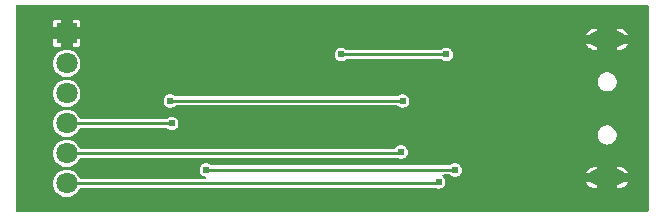
<source format=gbl>
G04 Layer: BottomLayer*
G04 EasyEDA v6.5.50, 2025-07-01 14:26:41*
G04 10da637b71844612bdca41047c5aba70,f23c0848bd594b818c0f9a27fb038be7,10*
G04 Gerber Generator version 0.2*
G04 Scale: 100 percent, Rotated: No, Reflected: No *
G04 Dimensions in millimeters *
G04 leading zeros omitted , absolute positions ,4 integer and 5 decimal *
%FSLAX45Y45*%
%MOMM*%

%ADD10C,0.2540*%
%ADD11R,1.8000X1.8000*%
%ADD12C,1.8000*%
%ADD13O,3.1999936X1.2999974*%
%ADD14C,0.6200*%
%ADD15C,0.0119*%

%LPD*%
G36*
X467868Y8014208D02*
G01*
X463956Y8014970D01*
X460705Y8017205D01*
X458470Y8020456D01*
X457708Y8024368D01*
X457708Y9755632D01*
X458470Y9759543D01*
X460705Y9762794D01*
X463956Y9765030D01*
X467868Y9765792D01*
X5804458Y9765792D01*
X5808319Y9765030D01*
X5811621Y9762794D01*
X5813806Y9759543D01*
X5814618Y9755632D01*
X5816041Y8024368D01*
X5815279Y8020507D01*
X5813094Y8017205D01*
X5809792Y8014970D01*
X5805881Y8014208D01*
G37*

%LPC*%
G36*
X889000Y8139125D02*
G01*
X903528Y8140039D01*
X917803Y8142731D01*
X931671Y8147253D01*
X944829Y8153450D01*
X957122Y8161223D01*
X968349Y8170519D01*
X978306Y8181136D01*
X986840Y8192922D01*
X993851Y8205673D01*
X995578Y8209991D01*
X997762Y8213344D01*
X1001064Y8215579D01*
X1005027Y8216392D01*
X4012336Y8216392D01*
X4016146Y8215680D01*
X4021937Y8213344D01*
X4031386Y8211312D01*
X4041038Y8210854D01*
X4050588Y8212124D01*
X4059783Y8214918D01*
X4068419Y8219287D01*
X4076192Y8225028D01*
X4082846Y8231987D01*
X4088231Y8239963D01*
X4092244Y8248751D01*
X4094632Y8258098D01*
X4095496Y8267700D01*
X4094632Y8277301D01*
X4092244Y8286648D01*
X4088231Y8295436D01*
X4082846Y8303412D01*
X4076192Y8310372D01*
X4073499Y8312353D01*
X4070705Y8315502D01*
X4069435Y8319516D01*
X4069892Y8323732D01*
X4072026Y8327339D01*
X4075429Y8329828D01*
X4079544Y8330692D01*
X4132579Y8330692D01*
X4136136Y8330031D01*
X4139285Y8328152D01*
X4144467Y8323580D01*
X4152696Y8318500D01*
X4161637Y8314944D01*
X4171086Y8312912D01*
X4180738Y8312454D01*
X4190288Y8313724D01*
X4199483Y8316518D01*
X4208119Y8320887D01*
X4215892Y8326628D01*
X4222546Y8333587D01*
X4227931Y8341563D01*
X4231944Y8350351D01*
X4234332Y8359698D01*
X4235196Y8369300D01*
X4234332Y8378901D01*
X4231944Y8388248D01*
X4227931Y8397036D01*
X4222546Y8405012D01*
X4215892Y8411972D01*
X4208119Y8417712D01*
X4199483Y8422081D01*
X4190288Y8424875D01*
X4180738Y8426145D01*
X4171086Y8425688D01*
X4161637Y8423656D01*
X4152696Y8420100D01*
X4144467Y8415020D01*
X4139285Y8410448D01*
X4136136Y8408568D01*
X4132579Y8407908D01*
X2115921Y8407908D01*
X2111959Y8408720D01*
X2099919Y8417712D01*
X2091283Y8422081D01*
X2082088Y8424875D01*
X2072538Y8426145D01*
X2062886Y8425688D01*
X2053437Y8423656D01*
X2044496Y8420100D01*
X2036267Y8415020D01*
X2029053Y8408670D01*
X2022957Y8401151D01*
X2018284Y8392718D01*
X2015083Y8383625D01*
X2013457Y8374125D01*
X2013457Y8364474D01*
X2015083Y8354974D01*
X2018284Y8345881D01*
X2022957Y8337448D01*
X2029053Y8329930D01*
X2036267Y8323580D01*
X2044496Y8318500D01*
X2053437Y8314944D01*
X2059127Y8313724D01*
X2062988Y8311997D01*
X2065782Y8308848D01*
X2067102Y8304834D01*
X2066645Y8300618D01*
X2064512Y8296960D01*
X2061108Y8294471D01*
X2056993Y8293608D01*
X1005027Y8293608D01*
X1001064Y8294420D01*
X997762Y8296656D01*
X995578Y8300008D01*
X993851Y8304326D01*
X986840Y8317077D01*
X978306Y8328863D01*
X968349Y8339480D01*
X957122Y8348776D01*
X944829Y8356549D01*
X931671Y8362746D01*
X917803Y8367268D01*
X903528Y8369960D01*
X889000Y8370874D01*
X874471Y8369960D01*
X860196Y8367268D01*
X846328Y8362746D01*
X833170Y8356549D01*
X820877Y8348776D01*
X809650Y8339480D01*
X799693Y8328863D01*
X791159Y8317077D01*
X784148Y8304326D01*
X778764Y8290814D01*
X775157Y8276691D01*
X773328Y8262264D01*
X773328Y8247735D01*
X775157Y8233308D01*
X778764Y8219186D01*
X784148Y8205673D01*
X791159Y8192922D01*
X799693Y8181136D01*
X809650Y8170519D01*
X820877Y8161223D01*
X833170Y8153450D01*
X846328Y8147253D01*
X860196Y8142731D01*
X874471Y8140039D01*
G37*
G36*
X5369356Y8214106D02*
G01*
X5377637Y8214106D01*
X5377637Y8266125D01*
X5287010Y8266125D01*
X5288280Y8263178D01*
X5294731Y8252612D01*
X5302554Y8242960D01*
X5311648Y8234476D01*
X5321757Y8227364D01*
X5332780Y8221624D01*
X5344464Y8217509D01*
X5356606Y8214969D01*
G37*
G36*
X5550357Y8214106D02*
G01*
X5558637Y8214106D01*
X5571388Y8214969D01*
X5583529Y8217509D01*
X5595213Y8221624D01*
X5606237Y8227364D01*
X5616346Y8234476D01*
X5625439Y8242960D01*
X5633262Y8252612D01*
X5639714Y8263178D01*
X5640984Y8266125D01*
X5550357Y8266125D01*
G37*
G36*
X5287010Y8343849D02*
G01*
X5377637Y8343849D01*
X5377637Y8395919D01*
X5369356Y8395919D01*
X5356606Y8395055D01*
X5344464Y8392515D01*
X5332780Y8388350D01*
X5321757Y8382660D01*
X5311648Y8375497D01*
X5302554Y8367014D01*
X5294731Y8357412D01*
X5288280Y8346795D01*
G37*
G36*
X5550357Y8343849D02*
G01*
X5640984Y8343849D01*
X5639714Y8346795D01*
X5633262Y8357412D01*
X5625439Y8367014D01*
X5616346Y8375497D01*
X5606237Y8382660D01*
X5595213Y8388350D01*
X5583529Y8392515D01*
X5571388Y8395055D01*
X5558637Y8395919D01*
X5550357Y8395919D01*
G37*
G36*
X889000Y8393125D02*
G01*
X903528Y8394039D01*
X917803Y8396732D01*
X931671Y8401253D01*
X944829Y8407450D01*
X957122Y8415223D01*
X968349Y8424519D01*
X978306Y8435136D01*
X986840Y8446922D01*
X993851Y8459673D01*
X995578Y8463991D01*
X997762Y8467344D01*
X1001064Y8469579D01*
X1005027Y8470392D01*
X3694836Y8470392D01*
X3698646Y8469680D01*
X3704437Y8467344D01*
X3713886Y8465312D01*
X3723538Y8464854D01*
X3733088Y8466124D01*
X3742283Y8468918D01*
X3750919Y8473287D01*
X3758692Y8479028D01*
X3765346Y8485987D01*
X3770731Y8493963D01*
X3774744Y8502751D01*
X3777132Y8512098D01*
X3777996Y8521700D01*
X3777132Y8531301D01*
X3774744Y8540648D01*
X3770731Y8549436D01*
X3765346Y8557412D01*
X3758692Y8564372D01*
X3750919Y8570112D01*
X3742283Y8574481D01*
X3733088Y8577275D01*
X3723538Y8578545D01*
X3713886Y8578088D01*
X3704437Y8576056D01*
X3695496Y8572500D01*
X3687267Y8567420D01*
X3680053Y8561070D01*
X3671315Y8550046D01*
X3668217Y8548217D01*
X3664712Y8547608D01*
X1005027Y8547608D01*
X1001064Y8548420D01*
X997762Y8550656D01*
X995578Y8554008D01*
X993851Y8558326D01*
X986840Y8571077D01*
X978306Y8582863D01*
X968349Y8593480D01*
X957122Y8602776D01*
X944829Y8610549D01*
X931671Y8616746D01*
X917803Y8621268D01*
X903528Y8623960D01*
X889000Y8624874D01*
X874471Y8623960D01*
X860196Y8621268D01*
X846328Y8616746D01*
X833170Y8610549D01*
X820877Y8602776D01*
X809650Y8593480D01*
X799693Y8582863D01*
X791159Y8571077D01*
X784148Y8558326D01*
X778764Y8544814D01*
X775157Y8530691D01*
X773328Y8516264D01*
X773328Y8501735D01*
X775157Y8487308D01*
X778764Y8473186D01*
X784148Y8459673D01*
X791159Y8446922D01*
X799693Y8435136D01*
X809650Y8424519D01*
X820877Y8415223D01*
X833170Y8407450D01*
X846328Y8401253D01*
X860196Y8396732D01*
X874471Y8394039D01*
G37*
G36*
X5461050Y8584133D02*
G01*
X5472836Y8584590D01*
X5484469Y8586724D01*
X5495645Y8590534D01*
X5506110Y8595918D01*
X5515711Y8602827D01*
X5524246Y8611006D01*
X5531459Y8620353D01*
X5537250Y8630666D01*
X5541467Y8641689D01*
X5544007Y8653221D01*
X5544870Y8664956D01*
X5544007Y8676741D01*
X5541467Y8688273D01*
X5537250Y8699296D01*
X5531459Y8709609D01*
X5524246Y8718956D01*
X5515711Y8727135D01*
X5506110Y8734044D01*
X5495645Y8739428D01*
X5484469Y8743238D01*
X5472836Y8745372D01*
X5461050Y8745829D01*
X5449316Y8744508D01*
X5437886Y8741511D01*
X5427014Y8736888D01*
X5416956Y8730742D01*
X5407863Y8723223D01*
X5399989Y8714435D01*
X5393486Y8704580D01*
X5388457Y8693861D01*
X5385054Y8682583D01*
X5383326Y8670899D01*
X5383326Y8659063D01*
X5385054Y8647379D01*
X5388457Y8636101D01*
X5393486Y8625382D01*
X5399989Y8615527D01*
X5407863Y8606739D01*
X5416956Y8599220D01*
X5427014Y8593074D01*
X5437886Y8588451D01*
X5449316Y8585454D01*
G37*
G36*
X889000Y8647125D02*
G01*
X903528Y8648039D01*
X917803Y8650732D01*
X931671Y8655253D01*
X944829Y8661450D01*
X957122Y8669223D01*
X968349Y8678519D01*
X978306Y8689136D01*
X986840Y8700922D01*
X993851Y8713673D01*
X995578Y8717991D01*
X997762Y8721344D01*
X1001064Y8723579D01*
X1005027Y8724392D01*
X1732280Y8724392D01*
X1735836Y8723731D01*
X1738985Y8721852D01*
X1744167Y8717280D01*
X1752396Y8712200D01*
X1761337Y8708644D01*
X1770786Y8706612D01*
X1780438Y8706154D01*
X1789988Y8707424D01*
X1799183Y8710218D01*
X1807819Y8714587D01*
X1815592Y8720328D01*
X1822246Y8727287D01*
X1827631Y8735263D01*
X1831644Y8744051D01*
X1834032Y8753398D01*
X1834896Y8763000D01*
X1834032Y8772601D01*
X1831644Y8781948D01*
X1827631Y8790736D01*
X1822246Y8798712D01*
X1815592Y8805672D01*
X1807819Y8811412D01*
X1799183Y8815781D01*
X1789988Y8818575D01*
X1780438Y8819845D01*
X1770786Y8819388D01*
X1761337Y8817356D01*
X1752396Y8813800D01*
X1744167Y8808720D01*
X1738985Y8804148D01*
X1735836Y8802268D01*
X1732280Y8801608D01*
X1005027Y8801608D01*
X1001064Y8802420D01*
X997762Y8804656D01*
X995578Y8808008D01*
X993851Y8812326D01*
X986840Y8825077D01*
X978306Y8836863D01*
X968349Y8847480D01*
X957122Y8856776D01*
X944829Y8864549D01*
X931671Y8870746D01*
X917803Y8875268D01*
X903528Y8877960D01*
X889000Y8878874D01*
X874471Y8877960D01*
X860196Y8875268D01*
X846328Y8870746D01*
X833170Y8864549D01*
X820877Y8856776D01*
X809650Y8847480D01*
X799693Y8836863D01*
X791159Y8825077D01*
X784148Y8812326D01*
X778764Y8798814D01*
X775157Y8784691D01*
X773328Y8770264D01*
X773328Y8755735D01*
X775157Y8741308D01*
X778764Y8727186D01*
X784148Y8713673D01*
X791159Y8700922D01*
X799693Y8689136D01*
X809650Y8678519D01*
X820877Y8669223D01*
X833170Y8661450D01*
X846328Y8655253D01*
X860196Y8650732D01*
X874471Y8648039D01*
G37*
G36*
X1767738Y8896654D02*
G01*
X1777288Y8897924D01*
X1786483Y8900718D01*
X1795119Y8905087D01*
X1807159Y8914079D01*
X1811121Y8914892D01*
X3688079Y8914892D01*
X3691636Y8914231D01*
X3694785Y8912352D01*
X3699967Y8907780D01*
X3708196Y8902700D01*
X3717137Y8899144D01*
X3726586Y8897112D01*
X3736238Y8896654D01*
X3745788Y8897924D01*
X3754983Y8900718D01*
X3763619Y8905087D01*
X3771392Y8910828D01*
X3778046Y8917787D01*
X3783431Y8925763D01*
X3787444Y8934551D01*
X3789832Y8943898D01*
X3790696Y8953500D01*
X3789832Y8963101D01*
X3787444Y8972448D01*
X3783431Y8981236D01*
X3778046Y8989212D01*
X3771392Y8996172D01*
X3763619Y9001912D01*
X3754983Y9006281D01*
X3745788Y9009075D01*
X3736238Y9010345D01*
X3726586Y9009888D01*
X3717137Y9007856D01*
X3708196Y9004300D01*
X3699967Y8999220D01*
X3694785Y8994648D01*
X3691636Y8992768D01*
X3688079Y8992108D01*
X1811121Y8992108D01*
X1807159Y8992920D01*
X1795119Y9001912D01*
X1786483Y9006281D01*
X1777288Y9009075D01*
X1767738Y9010345D01*
X1758086Y9009888D01*
X1748637Y9007856D01*
X1739696Y9004300D01*
X1731467Y8999220D01*
X1724253Y8992870D01*
X1718157Y8985351D01*
X1713484Y8976918D01*
X1710283Y8967825D01*
X1708657Y8958326D01*
X1708657Y8948674D01*
X1710283Y8939174D01*
X1713484Y8930081D01*
X1718157Y8921648D01*
X1724253Y8914130D01*
X1731467Y8907780D01*
X1739696Y8902700D01*
X1748637Y8899144D01*
X1758086Y8897112D01*
G37*
G36*
X889000Y8901125D02*
G01*
X903528Y8902039D01*
X917803Y8904732D01*
X931671Y8909253D01*
X944829Y8915450D01*
X957122Y8923223D01*
X968349Y8932519D01*
X978306Y8943136D01*
X986840Y8954922D01*
X993851Y8967673D01*
X999236Y8981186D01*
X1002842Y8995308D01*
X1004671Y9009735D01*
X1004671Y9024264D01*
X1002842Y9038691D01*
X999236Y9052814D01*
X993851Y9066326D01*
X986840Y9079077D01*
X978306Y9090863D01*
X968349Y9101480D01*
X957122Y9110776D01*
X944829Y9118549D01*
X931671Y9124746D01*
X917803Y9129268D01*
X903528Y9131960D01*
X889000Y9132874D01*
X874471Y9131960D01*
X860196Y9129268D01*
X846328Y9124746D01*
X833170Y9118549D01*
X820877Y9110776D01*
X809650Y9101480D01*
X799693Y9090863D01*
X791159Y9079077D01*
X784148Y9066326D01*
X778764Y9052814D01*
X775157Y9038691D01*
X773328Y9024264D01*
X773328Y9009735D01*
X775157Y8995308D01*
X778764Y8981186D01*
X784148Y8967673D01*
X791159Y8954922D01*
X799693Y8943136D01*
X809650Y8932519D01*
X820877Y8923223D01*
X833170Y8915450D01*
X846328Y8909253D01*
X860196Y8904732D01*
X874471Y8902039D01*
G37*
G36*
X5461050Y9034170D02*
G01*
X5472836Y9034576D01*
X5484469Y9036761D01*
X5495645Y9040571D01*
X5506110Y9045956D01*
X5515711Y9052814D01*
X5524246Y9061043D01*
X5531459Y9070340D01*
X5537250Y9080652D01*
X5541467Y9091676D01*
X5544007Y9103207D01*
X5544870Y9114993D01*
X5544007Y9126778D01*
X5541467Y9138310D01*
X5537250Y9149334D01*
X5531459Y9159646D01*
X5524246Y9168942D01*
X5515711Y9177172D01*
X5506110Y9184030D01*
X5495645Y9189415D01*
X5484469Y9193225D01*
X5472836Y9195409D01*
X5461050Y9195816D01*
X5449316Y9194546D01*
X5437886Y9191548D01*
X5427014Y9186926D01*
X5416956Y9180779D01*
X5407863Y9173210D01*
X5399989Y9164421D01*
X5393486Y9154566D01*
X5388457Y9143898D01*
X5385054Y9132570D01*
X5383326Y9120886D01*
X5383326Y9109100D01*
X5385054Y9097416D01*
X5388457Y9086088D01*
X5393486Y9075420D01*
X5399989Y9065564D01*
X5407863Y9056776D01*
X5416956Y9049207D01*
X5427014Y9043060D01*
X5437886Y9038437D01*
X5449316Y9035440D01*
G37*
G36*
X889000Y9155125D02*
G01*
X903528Y9156039D01*
X917803Y9158732D01*
X931671Y9163253D01*
X944829Y9169450D01*
X957122Y9177223D01*
X968349Y9186519D01*
X978306Y9197136D01*
X986840Y9208922D01*
X993851Y9221673D01*
X999236Y9235186D01*
X1002842Y9249308D01*
X1004671Y9263735D01*
X1004671Y9278264D01*
X1002842Y9292691D01*
X999236Y9306814D01*
X993851Y9320326D01*
X986840Y9333077D01*
X978306Y9344863D01*
X968349Y9355480D01*
X957122Y9364776D01*
X944829Y9372549D01*
X931671Y9378746D01*
X917803Y9383268D01*
X903528Y9385960D01*
X889000Y9386874D01*
X874471Y9385960D01*
X860196Y9383268D01*
X846328Y9378746D01*
X833170Y9372549D01*
X820877Y9364776D01*
X809650Y9355480D01*
X799693Y9344863D01*
X791159Y9333077D01*
X784148Y9320326D01*
X778764Y9306814D01*
X775157Y9292691D01*
X773328Y9278264D01*
X773328Y9263735D01*
X775157Y9249308D01*
X778764Y9235186D01*
X784148Y9221673D01*
X791159Y9208922D01*
X799693Y9197136D01*
X809650Y9186519D01*
X820877Y9177223D01*
X833170Y9169450D01*
X846328Y9163253D01*
X860196Y9158732D01*
X874471Y9156039D01*
G37*
G36*
X3215538Y9290354D02*
G01*
X3225088Y9291624D01*
X3234283Y9294418D01*
X3242919Y9298787D01*
X3254959Y9307779D01*
X3258921Y9308592D01*
X4056379Y9308592D01*
X4059936Y9307931D01*
X4063085Y9306052D01*
X4068267Y9301480D01*
X4076496Y9296400D01*
X4085437Y9292844D01*
X4094886Y9290812D01*
X4104538Y9290354D01*
X4114088Y9291624D01*
X4123283Y9294418D01*
X4131919Y9298787D01*
X4139692Y9304528D01*
X4146346Y9311487D01*
X4151731Y9319463D01*
X4155744Y9328251D01*
X4158132Y9337598D01*
X4158996Y9347200D01*
X4158132Y9356801D01*
X4155744Y9366148D01*
X4151731Y9374936D01*
X4146346Y9382912D01*
X4139692Y9389872D01*
X4131919Y9395612D01*
X4123283Y9399981D01*
X4114088Y9402775D01*
X4104538Y9404045D01*
X4094886Y9403588D01*
X4085437Y9401556D01*
X4076496Y9398000D01*
X4068267Y9392920D01*
X4063085Y9388348D01*
X4059936Y9386468D01*
X4056379Y9385808D01*
X3258921Y9385808D01*
X3254959Y9386620D01*
X3242919Y9395612D01*
X3234283Y9399981D01*
X3225088Y9402775D01*
X3215538Y9404045D01*
X3205886Y9403588D01*
X3196437Y9401556D01*
X3187496Y9398000D01*
X3179267Y9392920D01*
X3172053Y9386570D01*
X3165957Y9379051D01*
X3161284Y9370618D01*
X3158083Y9361525D01*
X3156458Y9352026D01*
X3156458Y9342374D01*
X3158083Y9332874D01*
X3161284Y9323781D01*
X3165957Y9315348D01*
X3172053Y9307830D01*
X3179267Y9301480D01*
X3187496Y9296400D01*
X3196437Y9292844D01*
X3205886Y9290812D01*
G37*
G36*
X5550357Y9384080D02*
G01*
X5558637Y9384080D01*
X5571388Y9384944D01*
X5583529Y9387484D01*
X5595213Y9391650D01*
X5606237Y9397339D01*
X5616346Y9404502D01*
X5625439Y9412986D01*
X5633262Y9422587D01*
X5639714Y9433204D01*
X5640984Y9436150D01*
X5550357Y9436150D01*
G37*
G36*
X5369356Y9384080D02*
G01*
X5377637Y9384080D01*
X5377637Y9436150D01*
X5287010Y9436150D01*
X5288280Y9433204D01*
X5294731Y9422587D01*
X5302554Y9412986D01*
X5311648Y9404502D01*
X5321757Y9397339D01*
X5332780Y9391650D01*
X5344464Y9387484D01*
X5356606Y9384944D01*
G37*
G36*
X799592Y9409074D02*
G01*
X837641Y9409074D01*
X837641Y9473641D01*
X773074Y9473641D01*
X773074Y9435592D01*
X773785Y9429242D01*
X775716Y9423806D01*
X778814Y9418878D01*
X782878Y9414814D01*
X787806Y9411716D01*
X793242Y9409785D01*
G37*
G36*
X940358Y9409074D02*
G01*
X978408Y9409074D01*
X984758Y9409785D01*
X990193Y9411716D01*
X995121Y9414814D01*
X999185Y9418878D01*
X1002284Y9423806D01*
X1004214Y9429242D01*
X1004925Y9435592D01*
X1004925Y9473641D01*
X940358Y9473641D01*
G37*
G36*
X5550357Y9513874D02*
G01*
X5640984Y9513874D01*
X5639714Y9516821D01*
X5633262Y9527387D01*
X5625439Y9537039D01*
X5616346Y9545523D01*
X5606237Y9552635D01*
X5595213Y9558375D01*
X5583529Y9562490D01*
X5571388Y9565030D01*
X5558637Y9565894D01*
X5550357Y9565894D01*
G37*
G36*
X5287010Y9513874D02*
G01*
X5377637Y9513874D01*
X5377637Y9565894D01*
X5369356Y9565894D01*
X5356606Y9565030D01*
X5344464Y9562490D01*
X5332780Y9558375D01*
X5321757Y9552635D01*
X5311648Y9545523D01*
X5302554Y9537039D01*
X5294731Y9527387D01*
X5288280Y9516821D01*
G37*
G36*
X940358Y9576358D02*
G01*
X1004925Y9576358D01*
X1004925Y9614408D01*
X1004214Y9620758D01*
X1002284Y9626193D01*
X999185Y9631121D01*
X995121Y9635185D01*
X990193Y9638284D01*
X984758Y9640214D01*
X978408Y9640925D01*
X940358Y9640925D01*
G37*
G36*
X773074Y9576358D02*
G01*
X837641Y9576358D01*
X837641Y9640925D01*
X799592Y9640925D01*
X793242Y9640214D01*
X787806Y9638284D01*
X782878Y9635185D01*
X778814Y9631121D01*
X775716Y9626193D01*
X773785Y9620758D01*
X773074Y9614408D01*
G37*

%LPD*%
D10*
X4038600Y8267700D02*
G01*
X4025900Y8255000D01*
X889000Y8255000D01*
X1765300Y8953500D02*
G01*
X3733800Y8953500D01*
X2070100Y8369300D02*
G01*
X4178300Y8369300D01*
X4102100Y9347200D02*
G01*
X3213100Y9347200D01*
X3721100Y8521700D02*
G01*
X3708400Y8509000D01*
X889000Y8509000D01*
X1778000Y8763000D02*
G01*
X889000Y8763000D01*
D11*
G01*
X889000Y9525000D03*
D12*
G01*
X889000Y9271000D03*
G01*
X889000Y9017000D03*
G01*
X889000Y8763000D03*
G01*
X889000Y8509000D03*
G01*
X889000Y8255000D03*
D13*
G01*
X5463997Y9474987D03*
G01*
X5463997Y8304987D03*
D14*
G01*
X4178300Y8369300D03*
G01*
X2070100Y8369300D03*
G01*
X3721100Y8521700D03*
G01*
X4038600Y8267700D03*
G01*
X1778000Y8763000D03*
G01*
X3733800Y8953500D03*
G01*
X1765300Y8953500D03*
G01*
X3441700Y9664700D03*
G01*
X3276600Y9664700D03*
G01*
X3098800Y9664700D03*
G01*
X3098800Y8128000D03*
G01*
X3276600Y8128000D03*
G01*
X3441700Y8128000D03*
G01*
X4445000Y9652000D03*
G01*
X4660900Y9652000D03*
G01*
X4445000Y8128000D03*
G01*
X4660900Y8128000D03*
G01*
X1524000Y9715500D03*
G01*
X1778000Y9715500D03*
G01*
X2032000Y9715500D03*
G01*
X1524000Y8064500D03*
G01*
X1778000Y8064500D03*
G01*
X2032000Y8064500D03*
G01*
X4102100Y9347200D03*
G01*
X3213100Y9347200D03*
M02*

</source>
